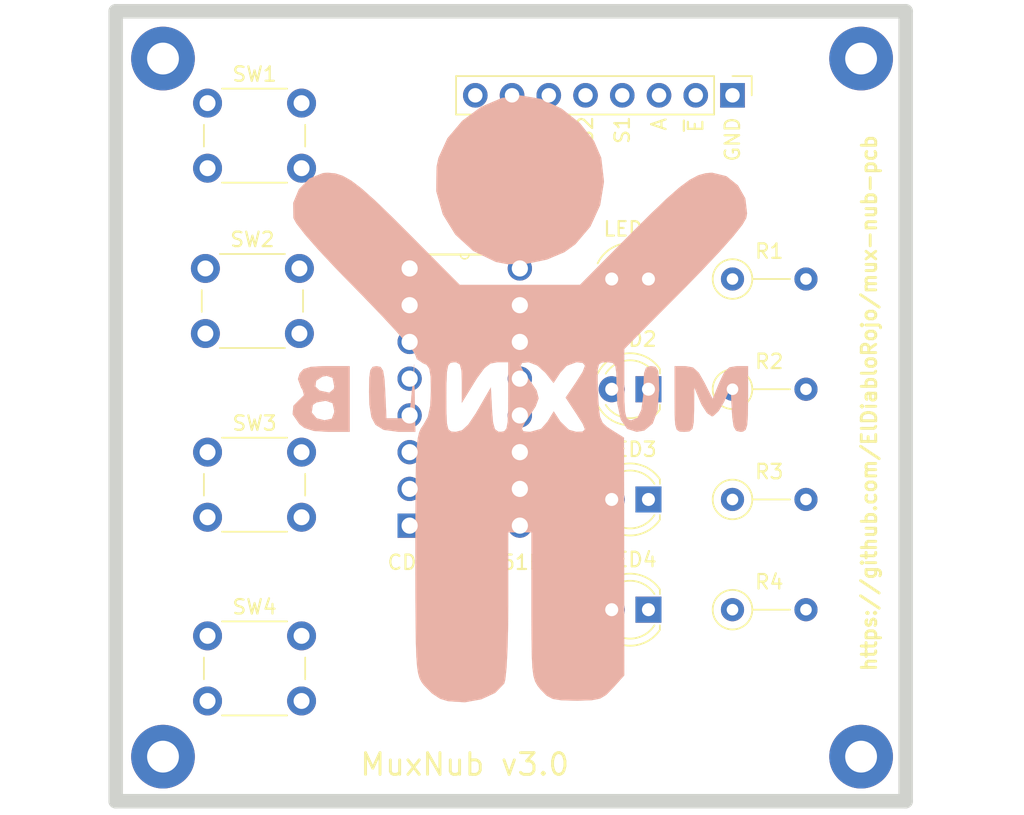
<source format=kicad_pcb>
(kicad_pcb (version 20200628) (host pcbnew "(5.99.0-2196-g3d0e5736b)")

  (general
    (thickness 1.6)
    (drawings 6)
    (tracks 0)
    (modules 19)
    (nets 21)
  )

  (paper "A4")
  (layers
    (0 "F.Cu" signal)
    (31 "B.Cu" signal)
    (32 "B.Adhes" user)
    (33 "F.Adhes" user)
    (34 "B.Paste" user)
    (35 "F.Paste" user)
    (36 "B.SilkS" user)
    (37 "F.SilkS" user)
    (38 "B.Mask" user)
    (39 "F.Mask" user)
    (40 "Dwgs.User" user)
    (41 "Cmts.User" user)
    (42 "Eco1.User" user)
    (43 "Eco2.User" user)
    (44 "Edge.Cuts" user)
    (45 "Margin" user)
    (46 "B.CrtYd" user)
    (47 "F.CrtYd" user)
    (48 "B.Fab" user)
    (49 "F.Fab" user)
  )

  (setup
    (grid_origin 2 2)
    (pcbplotparams
      (layerselection 0x010fc_ffffffff)
      (usegerberextensions false)
      (usegerberattributes true)
      (usegerberadvancedattributes true)
      (creategerberjobfile true)
      (svguseinch false)
      (svgprecision 6)
      (excludeedgelayer true)
      (linewidth 0.100000)
      (plotframeref false)
      (viasonmask false)
      (mode 1)
      (useauxorigin false)
      (hpglpennumber 1)
      (hpglpenspeed 20)
      (hpglpendiameter 15.000000)
      (psnegative false)
      (psa4output false)
      (plotreference true)
      (plotvalue true)
      (plotinvisibletext false)
      (sketchpadsonfab false)
      (subtractmaskfromsilk false)
      (outputformat 1)
      (mirror false)
      (drillshape 0)
      (scaleselection 1)
      (outputdirectory "/Users/samholden/Documents/mux-control/gerbers/")
    )
  )

  (net 0 "")
  (net 1 "Net-(D1-Pad2)")
  (net 2 "Net-(D1-Pad1)")
  (net 3 "Net-(D2-Pad1)")
  (net 4 "Net-(D2-Pad2)")
  (net 5 "Net-(D3-Pad2)")
  (net 6 "Net-(D3-Pad1)")
  (net 7 "Net-(D4-Pad1)")
  (net 8 "Net-(D4-Pad2)")
  (net 9 "Net-(J1-Pad1)")
  (net 10 "Net-(J1-Pad2)")
  (net 11 "Net-(J1-Pad3)")
  (net 12 "Net-(J1-Pad4)")
  (net 13 "Net-(J1-Pad5)")
  (net 14 "Net-(J1-Pad6)")
  (net 15 "Net-(J1-Pad7)")
  (net 16 "Net-(J1-Pad8)")
  (net 17 "Net-(SW1-Pad1)")
  (net 18 "Net-(SW2-Pad1)")
  (net 19 "Net-(SW3-Pad1)")
  (net 20 "Net-(SW4-Pad1)")

  (module "MountingHole:MountingHole_2.2mm_M2_Pad" (layer "F.Cu") (tedit 56D1B4CB) (tstamp c9c1227e-3473-4e87-a566-489f203fcc04)
    (at 170.91 111.22)
    (descr "Mounting Hole 2.2mm, M2")
    (tags "mounting hole 2.2mm m2")
    (attr virtual)
    (fp_text reference "REF**" (at 0 -3.2) (layer "F.Fab")
      (effects (font (size 1 1) (thickness 0.15)))
    )
    (fp_text value "MountingHole_2.2mm_M2_Pad" (at 0 3.2) (layer "F.Fab")
      (effects (font (size 1 1) (thickness 0.15)))
    )
    (fp_text user "${REFERENCE}" (at 0.3 0) (layer "F.Fab")
      (effects (font (size 1 1) (thickness 0.15)))
    )
    (fp_circle (center 0 0) (end 2.2 0) (layer "Cmts.User") (width 0.15))
    (fp_circle (center 0 0) (end 2.45 0) (layer "F.CrtYd") (width 0.05))
    (pad "1" thru_hole circle (at 0 0) (size 4.4 4.4) (drill 2.2) (layers *.Cu *.Mask) (tstamp 466396cd-e75b-4587-91d3-a7e425d94f14))
  )

  (module "MountingHole:MountingHole_2.2mm_M2_Pad" (layer "F.Cu") (tedit 56D1B4CB) (tstamp c9c1227e-3473-4e87-a566-489f203fcc04)
    (at 122.65 111.22)
    (descr "Mounting Hole 2.2mm, M2")
    (tags "mounting hole 2.2mm m2")
    (attr virtual)
    (fp_text reference "REF**" (at 0 -3.2) (layer "F.Fab")
      (effects (font (size 1 1) (thickness 0.15)))
    )
    (fp_text value "MountingHole_2.2mm_M2_Pad" (at 0 3.2) (layer "F.Fab")
      (effects (font (size 1 1) (thickness 0.15)))
    )
    (fp_text user "${REFERENCE}" (at 0.3 0) (layer "F.Fab")
      (effects (font (size 1 1) (thickness 0.15)))
    )
    (fp_circle (center 0 0) (end 2.2 0) (layer "Cmts.User") (width 0.15))
    (fp_circle (center 0 0) (end 2.45 0) (layer "F.CrtYd") (width 0.05))
    (pad "1" thru_hole circle (at 0 0) (size 4.4 4.4) (drill 2.2) (layers *.Cu *.Mask) (tstamp 466396cd-e75b-4587-91d3-a7e425d94f14))
  )

  (module "MountingHole:MountingHole_2.2mm_M2_Pad" (layer "F.Cu") (tedit 56D1B4CB) (tstamp c9c1227e-3473-4e87-a566-489f203fcc04)
    (at 170.91 62.96)
    (descr "Mounting Hole 2.2mm, M2")
    (tags "mounting hole 2.2mm m2")
    (attr virtual)
    (fp_text reference "REF**" (at 0 -3.2) (layer "F.Fab")
      (effects (font (size 1 1) (thickness 0.15)))
    )
    (fp_text value "MountingHole_2.2mm_M2_Pad" (at 0 3.2) (layer "F.Fab")
      (effects (font (size 1 1) (thickness 0.15)))
    )
    (fp_text user "${REFERENCE}" (at 0.3 0) (layer "F.Fab")
      (effects (font (size 1 1) (thickness 0.15)))
    )
    (fp_circle (center 0 0) (end 2.2 0) (layer "Cmts.User") (width 0.15))
    (fp_circle (center 0 0) (end 2.45 0) (layer "F.CrtYd") (width 0.05))
    (pad "1" thru_hole circle (at 0 0) (size 4.4 4.4) (drill 2.2) (layers *.Cu *.Mask) (tstamp 466396cd-e75b-4587-91d3-a7e425d94f14))
  )

  (module "MountingHole:MountingHole_2.2mm_M2_Pad" (layer "F.Cu") (tedit 56D1B4CB) (tstamp c9c1227e-3473-4e87-a566-489f203fcc04)
    (at 122.65 62.96)
    (descr "Mounting Hole 2.2mm, M2")
    (tags "mounting hole 2.2mm m2")
    (attr virtual)
    (fp_text reference "REF**" (at 0 -3.2) (layer "F.Fab")
      (effects (font (size 1 1) (thickness 0.15)))
    )
    (fp_text value "MountingHole_2.2mm_M2_Pad" (at 0 3.2) (layer "F.Fab")
      (effects (font (size 1 1) (thickness 0.15)))
    )
    (fp_circle (center 0 0) (end 2.45 0) (layer "F.CrtYd") (width 0.05))
    (fp_circle (center 0 0) (end 2.2 0) (layer "Cmts.User") (width 0.15))
    (fp_text user "${REFERENCE}" (at 0.3 0) (layer "F.Fab")
      (effects (font (size 1 1) (thickness 0.15)))
    )
    (pad "1" thru_hole circle (at 0 0) (size 4.4 4.4) (drill 2.2) (layers *.Cu *.Mask) (tstamp 466396cd-e75b-4587-91d3-a7e425d94f14))
  )

  (module "Resistor_THT:R_Axial_DIN0207_L6.3mm_D2.5mm_P5.08mm_Vertical" (layer "F.Cu") (tedit 5AE5139B) (tstamp 00000000-0000-0000-0000-00005ef9483c)
    (at 162.02 78.2)
    (descr "Resistor, Axial_DIN0207 series, Axial, Vertical, pin pitch=5.08mm, 0.25W = 1/4W, length*diameter=6.3*2.5mm^2, http://cdn-reichelt.de/documents/datenblatt/B400/1_4W%23YAG.pdf")
    (tags "Resistor Axial_DIN0207 series Axial Vertical pin pitch 5.08mm 0.25W = 1/4W length 6.3mm diameter 2.5mm")
    (path "/00000000-0000-0000-0000-00005efdccb1")
    (fp_text reference "R1" (at 2.54 -1.92) (layer "F.SilkS")
      (effects (font (size 1 1) (thickness 0.15)))
    )
    (fp_text value "220" (at 2.54 1.92) (layer "F.Fab")
      (effects (font (size 1 1) (thickness 0.15)))
    )
    (fp_text user "${REFERENCE}" (at 2.54 0) (layer "F.Fab")
      (effects (font (size 0.72 0.72) (thickness 0.108)))
    )
    (fp_line (start 6.13 -1.5) (end -1.5 -1.5) (layer "F.CrtYd") (width 0.05))
    (fp_line (start 6.13 1.5) (end 6.13 -1.5) (layer "F.CrtYd") (width 0.05))
    (fp_line (start -1.5 1.5) (end 6.13 1.5) (layer "F.CrtYd") (width 0.05))
    (fp_line (start -1.5 -1.5) (end -1.5 1.5) (layer "F.CrtYd") (width 0.05))
    (fp_line (start 1.37 0) (end 3.98 0) (layer "F.SilkS") (width 0.12))
    (fp_line (start 0 0) (end 5.08 0) (layer "F.Fab") (width 0.1))
    (fp_circle (center 0 0) (end 1.37 0) (layer "F.SilkS") (width 0.12))
    (fp_circle (center 0 0) (end 1.25 0) (layer "F.Fab") (width 0.1))
    (pad "2" thru_hole oval (at 5.08 0) (size 1.6 1.6) (drill 0.8) (layers *.Cu *.Mask)
      (net 9 "Net-(J1-Pad1)") (tstamp bb176eeb-c354-4561-b732-3458144f7a3d))
    (pad "1" thru_hole circle (at 0 0) (size 1.6 1.6) (drill 0.8) (layers *.Cu *.Mask)
      (net 2 "Net-(D1-Pad1)") (tstamp db28ef12-2089-4f73-ba2a-05a636f91544))
    (model "${KISYS3DMOD}/Resistor_THT.3dshapes/R_Axial_DIN0204_L3.6mm_D1.6mm_P5.08mm_Horizontal.wrl"
      (at (xyz 0 0 0))
      (scale (xyz 1 1 1))
      (rotate (xyz 0 0 0))
    )
  )

  (module "Resistor_THT:R_Axial_DIN0207_L6.3mm_D2.5mm_P5.08mm_Vertical" (layer "F.Cu") (tedit 5AE5139B) (tstamp 00000000-0000-0000-0000-00005ef9484f)
    (at 162.02 85.82)
    (descr "Resistor, Axial_DIN0207 series, Axial, Vertical, pin pitch=5.08mm, 0.25W = 1/4W, length*diameter=6.3*2.5mm^2, http://cdn-reichelt.de/documents/datenblatt/B400/1_4W%23YAG.pdf")
    (tags "Resistor Axial_DIN0207 series Axial Vertical pin pitch 5.08mm 0.25W = 1/4W length 6.3mm diameter 2.5mm")
    (path "/00000000-0000-0000-0000-00005eff3636")
    (fp_text reference "R2" (at 2.54 -1.92) (layer "F.SilkS")
      (effects (font (size 1 1) (thickness 0.15)))
    )
    (fp_text value "220" (at 2.54 1.92) (layer "F.Fab")
      (effects (font (size 1 1) (thickness 0.15)))
    )
    (fp_text user "${REFERENCE}" (at 2.54 0) (layer "F.Fab")
      (effects (font (size 0.72 0.72) (thickness 0.108)))
    )
    (fp_line (start 6.13 -1.5) (end -1.5 -1.5) (layer "F.CrtYd") (width 0.05))
    (fp_line (start 6.13 1.5) (end 6.13 -1.5) (layer "F.CrtYd") (width 0.05))
    (fp_line (start -1.5 1.5) (end 6.13 1.5) (layer "F.CrtYd") (width 0.05))
    (fp_line (start -1.5 -1.5) (end -1.5 1.5) (layer "F.CrtYd") (width 0.05))
    (fp_line (start 1.37 0) (end 3.98 0) (layer "F.SilkS") (width 0.12))
    (fp_line (start 0 0) (end 5.08 0) (layer "F.Fab") (width 0.1))
    (fp_circle (center 0 0) (end 1.37 0) (layer "F.SilkS") (width 0.12))
    (fp_circle (center 0 0) (end 1.25 0) (layer "F.Fab") (width 0.1))
    (pad "2" thru_hole oval (at 5.08 0) (size 1.6 1.6) (drill 0.8) (layers *.Cu *.Mask)
      (net 9 "Net-(J1-Pad1)") (tstamp bb176eeb-c354-4561-b732-3458144f7a3d))
    (pad "1" thru_hole circle (at 0 0) (size 1.6 1.6) (drill 0.8) (layers *.Cu *.Mask)
      (net 3 "Net-(D2-Pad1)") (tstamp db28ef12-2089-4f73-ba2a-05a636f91544))
    (model "${KISYS3DMOD}/Resistor_THT.3dshapes/R_Axial_DIN0204_L3.6mm_D1.6mm_P5.08mm_Horizontal.wrl"
      (at (xyz 0 0 0))
      (scale (xyz 1 1 1))
      (rotate (xyz 0 0 0))
    )
  )

  (module "Resistor_THT:R_Axial_DIN0207_L6.3mm_D2.5mm_P5.08mm_Vertical" (layer "F.Cu") (tedit 5AE5139B) (tstamp 00000000-0000-0000-0000-00005ef94862)
    (at 162.02 93.44)
    (descr "Resistor, Axial_DIN0207 series, Axial, Vertical, pin pitch=5.08mm, 0.25W = 1/4W, length*diameter=6.3*2.5mm^2, http://cdn-reichelt.de/documents/datenblatt/B400/1_4W%23YAG.pdf")
    (tags "Resistor Axial_DIN0207 series Axial Vertical pin pitch 5.08mm 0.25W = 1/4W length 6.3mm diameter 2.5mm")
    (path "/00000000-0000-0000-0000-00005eff44c1")
    (fp_text reference "R3" (at 2.54 -1.92) (layer "F.SilkS")
      (effects (font (size 1 1) (thickness 0.15)))
    )
    (fp_text value "220" (at 2.54 1.92) (layer "F.Fab")
      (effects (font (size 1 1) (thickness 0.15)))
    )
    (fp_text user "${REFERENCE}" (at 2.54 0) (layer "F.Fab")
      (effects (font (size 0.72 0.72) (thickness 0.108)))
    )
    (fp_line (start 6.13 -1.5) (end -1.5 -1.5) (layer "F.CrtYd") (width 0.05))
    (fp_line (start 6.13 1.5) (end 6.13 -1.5) (layer "F.CrtYd") (width 0.05))
    (fp_line (start -1.5 1.5) (end 6.13 1.5) (layer "F.CrtYd") (width 0.05))
    (fp_line (start -1.5 -1.5) (end -1.5 1.5) (layer "F.CrtYd") (width 0.05))
    (fp_line (start 1.37 0) (end 3.98 0) (layer "F.SilkS") (width 0.12))
    (fp_line (start 0 0) (end 5.08 0) (layer "F.Fab") (width 0.1))
    (fp_circle (center 0 0) (end 1.37 0) (layer "F.SilkS") (width 0.12))
    (fp_circle (center 0 0) (end 1.25 0) (layer "F.Fab") (width 0.1))
    (pad "2" thru_hole oval (at 5.08 0) (size 1.6 1.6) (drill 0.8) (layers *.Cu *.Mask)
      (net 9 "Net-(J1-Pad1)") (tstamp bb176eeb-c354-4561-b732-3458144f7a3d))
    (pad "1" thru_hole circle (at 0 0) (size 1.6 1.6) (drill 0.8) (layers *.Cu *.Mask)
      (net 6 "Net-(D3-Pad1)") (tstamp db28ef12-2089-4f73-ba2a-05a636f91544))
    (model "${KISYS3DMOD}/Resistor_THT.3dshapes/R_Axial_DIN0204_L3.6mm_D1.6mm_P5.08mm_Horizontal.wrl"
      (at (xyz 0 0 0))
      (scale (xyz 1 1 1))
      (rotate (xyz 0 0 0))
    )
  )

  (module "Resistor_THT:R_Axial_DIN0207_L6.3mm_D2.5mm_P5.08mm_Vertical" (layer "F.Cu") (tedit 5AE5139B) (tstamp 00000000-0000-0000-0000-00005ef94875)
    (at 162.02 101.06)
    (descr "Resistor, Axial_DIN0207 series, Axial, Vertical, pin pitch=5.08mm, 0.25W = 1/4W, length*diameter=6.3*2.5mm^2, http://cdn-reichelt.de/documents/datenblatt/B400/1_4W%23YAG.pdf")
    (tags "Resistor Axial_DIN0207 series Axial Vertical pin pitch 5.08mm 0.25W = 1/4W length 6.3mm diameter 2.5mm")
    (path "/00000000-0000-0000-0000-00005eff4dff")
    (fp_text reference "R4" (at 2.54 -1.92) (layer "F.SilkS")
      (effects (font (size 1 1) (thickness 0.15)))
    )
    (fp_text value "220" (at 2.54 1.92) (layer "F.Fab")
      (effects (font (size 1 1) (thickness 0.15)))
    )
    (fp_text user "${REFERENCE}" (at 2.54 0) (layer "F.Fab")
      (effects (font (size 0.72 0.72) (thickness 0.108)))
    )
    (fp_line (start 6.13 -1.5) (end -1.5 -1.5) (layer "F.CrtYd") (width 0.05))
    (fp_line (start 6.13 1.5) (end 6.13 -1.5) (layer "F.CrtYd") (width 0.05))
    (fp_line (start -1.5 1.5) (end 6.13 1.5) (layer "F.CrtYd") (width 0.05))
    (fp_line (start -1.5 -1.5) (end -1.5 1.5) (layer "F.CrtYd") (width 0.05))
    (fp_line (start 1.37 0) (end 3.98 0) (layer "F.SilkS") (width 0.12))
    (fp_line (start 0 0) (end 5.08 0) (layer "F.Fab") (width 0.1))
    (fp_circle (center 0 0) (end 1.37 0) (layer "F.SilkS") (width 0.12))
    (fp_circle (center 0 0) (end 1.25 0) (layer "F.Fab") (width 0.1))
    (pad "2" thru_hole oval (at 5.08 0) (size 1.6 1.6) (drill 0.8) (layers *.Cu *.Mask)
      (net 9 "Net-(J1-Pad1)") (tstamp bb176eeb-c354-4561-b732-3458144f7a3d))
    (pad "1" thru_hole circle (at 0 0) (size 1.6 1.6) (drill 0.8) (layers *.Cu *.Mask)
      (net 7 "Net-(D4-Pad1)") (tstamp db28ef12-2089-4f73-ba2a-05a636f91544))
    (model "${KISYS3DMOD}/Resistor_THT.3dshapes/R_Axial_DIN0204_L3.6mm_D1.6mm_P5.08mm_Horizontal.wrl"
      (at (xyz 0 0 0))
      (scale (xyz 1 1 1))
      (rotate (xyz 0 0 0))
    )
  )

  (module "Connector_PinHeader_2.54mm:PinHeader_1x08_P2.54mm_Vertical" (layer "F.Cu") (tedit 59FED5CC) (tstamp 00000000-0000-0000-0000-00005ef94829)
    (at 162.02 65.5 -90)
    (descr "Through hole straight pin header, 1x08, 2.54mm pitch, single row")
    (tags "Through hole pin header THT 1x08 2.54mm single row")
    (path "/00000000-0000-0000-0000-00005ef85769")
    (fp_text reference "J1" (at 1.375 -1.5 90) (layer "F.Fab")
      (effects (font (size 1 1) (thickness 0.15)))
    )
    (fp_text value "Conn_01x08" (at 1.375 8.5 90) (layer "F.Fab")
      (effects (font (size 1 1) (thickness 0.15)))
    )
    (fp_text user "GND" (at 3.048 0 90) (layer "F.SilkS")
      (effects (font (size 1 1) (thickness 0.15)))
    )
    (fp_text user "~E" (at 2.1 2.54 90) (layer "F.SilkS")
      (effects (font (size 1 1) (thickness 0.15)))
    )
    (fp_text user "A" (at 2 5.08 90) (layer "F.SilkS")
      (effects (font (size 1 1) (thickness 0.15)))
    )
    (fp_text user "S1" (at 2.4 7.62 90) (layer "F.SilkS")
      (effects (font (size 1 1) (thickness 0.15)))
    )
    (fp_text user "S2" (at 2.4 10.16 90) (layer "F.SilkS")
      (effects (font (size 1 1) (thickness 0.15)))
    )
    (fp_text user "S0" (at 2.4 12.7 90) (layer "F.SilkS")
      (effects (font (size 1 1) (thickness 0.15)))
    )
    (fp_text user "VEE" (at 2.8 15.24 90) (layer "F.SilkS")
      (effects (font (size 1 1) (thickness 0.15)))
    )
    (fp_text user "VCC" (at 2.9 17.78 90) (layer "F.SilkS")
      (effects (font (size 1 1) (thickness 0.15)))
    )
    (fp_text user "${REFERENCE}" (at 0 7) (layer "F.Fab")
      (effects (font (size 1 1) (thickness 0.15)))
    )
    (fp_line (start 1.8 -1.8) (end -1.8 -1.8) (layer "F.CrtYd") (width 0.05))
    (fp_line (start 1.8 19.55) (end 1.8 -1.8) (layer "F.CrtYd") (width 0.05))
    (fp_line (start -1.8 19.55) (end 1.8 19.55) (layer "F.CrtYd") (width 0.05))
    (fp_line (start -1.8 -1.8) (end -1.8 19.55) (layer "F.CrtYd") (width 0.05))
    (fp_line (start -1.33 -1.33) (end 0 -1.33) (layer "F.SilkS") (width 0.12))
    (fp_line (start -1.33 0) (end -1.33 -1.33) (layer "F.SilkS") (width 0.12))
    (fp_line (start -1.33 1.27) (end 1.33 1.27) (layer "F.SilkS") (width 0.12))
    (fp_line (start 1.33 1.27) (end 1.33 19.11) (layer "F.SilkS") (width 0.12))
    (fp_line (start -1.33 1.27) (end -1.33 19.11) (layer "F.SilkS") (width 0.12))
    (fp_line (start -1.33 19.11) (end 1.33 19.11) (layer "F.SilkS") (width 0.12))
    (fp_line (start -1.27 -0.635) (end -0.635 -1.27) (layer "F.Fab") (width 0.1))
    (fp_line (start -1.27 19.05) (end -1.27 -0.635) (layer "F.Fab") (width 0.1))
    (fp_line (start 1.27 19.05) (end -1.27 19.05) (layer "F.Fab") (width 0.1))
    (fp_line (start 1.27 -1.27) (end 1.27 19.05) (layer "F.Fab") (width 0.1))
    (fp_line (start -0.635 -1.27) (end 1.27 -1.27) (layer "F.Fab") (width 0.1))
    (pad "8" thru_hole oval (at 0 17.78 270) (size 1.7 1.7) (drill 1) (layers *.Cu *.Mask)
      (net 16 "Net-(J1-Pad8)") (tstamp b422777c-2dec-4bd2-8346-e257a5043706))
    (pad "7" thru_hole oval (at 0 15.24 270) (size 1.7 1.7) (drill 1) (layers *.Cu *.Mask)
      (net 15 "Net-(J1-Pad7)") (tstamp b25db6e6-ddbe-470b-948c-1c95cca14a74))
    (pad "6" thru_hole oval (at 0 12.7 270) (size 1.7 1.7) (drill 1) (layers *.Cu *.Mask)
      (net 14 "Net-(J1-Pad6)") (tstamp c968e0ca-fa88-4fe5-bf4f-65c5d25dadec))
    (pad "5" thru_hole oval (at 0 10.16 270) (size 1.7 1.7) (drill 1) (layers *.Cu *.Mask)
      (net 13 "Net-(J1-Pad5)") (tstamp c1eb351a-0d10-4974-9b67-f405a9dfcd7c))
    (pad "4" thru_hole oval (at 0 7.62 270) (size 1.7 1.7) (drill 1) (layers *.Cu *.Mask)
      (net 12 "Net-(J1-Pad4)") (tstamp 4327b78d-6787-4fa3-bdd0-94dbb4024818))
    (pad "3" thru_hole oval (at 0 5.08 270) (size 1.7 1.7) (drill 1) (layers *.Cu *.Mask)
      (net 11 "Net-(J1-Pad3)") (tstamp 3af72de2-208c-4b4d-a27c-37a2febc1f4d))
    (pad "2" thru_hole oval (at 0 2.54 270) (size 1.7 1.7) (drill 1) (layers *.Cu *.Mask) (tstamp 7f4ed900-6004-46a8-9d58-cd9c48128cbc))
    (pad "1" thru_hole rect (at 0 0 270) (size 1.7 1.7) (drill 1) (layers *.Cu *.Mask) (tstamp 5d830031-4666-4d51-8bdb-7c8f0e943d5b))
    (model "${KISYS3DMOD}/Connector_PinHeader_2.00mm.3dshapes/PinHeader_1x08_P2.00mm_Vertical.wrl"
      (at (xyz 0 0 0))
      (scale (xyz 1 1 1))
      (rotate (xyz 0 0 0))
    )
  )

  (module "Button_Switch_THT:SW_PUSH_6mm_H4.3mm" (layer "F.Cu") (tedit 5A02FE31) (tstamp 00000000-0000-0000-0000-00005ef94894)
    (at 125.73 66.04)
    (descr "tactile push button, 6x6mm e.g. PHAP33xx series, height=4.3mm")
    (tags "tact sw push 6mm")
    (path "/00000000-0000-0000-0000-00005ef8c98a")
    (fp_text reference "SW1" (at 3.25 -2) (layer "F.SilkS")
      (effects (font (size 1 1) (thickness 0.15)))
    )
    (fp_text value "SW_Push_Dual" (at 3.75 6.7) (layer "F.Fab")
      (effects (font (size 1 1) (thickness 0.15)))
    )
    (fp_circle (center 3.25 2.25) (end 1.25 2.5) (layer "F.Fab") (width 0.1))
    (fp_line (start 6.75 3) (end 6.75 1.5) (layer "F.SilkS") (width 0.12))
    (fp_line (start 5.5 -1) (end 1 -1) (layer "F.SilkS") (width 0.12))
    (fp_line (start -0.25 1.5) (end -0.25 3) (layer "F.SilkS") (width 0.12))
    (fp_line (start 1 5.5) (end 5.5 5.5) (layer "F.SilkS") (width 0.12))
    (fp_line (start 8 -1.25) (end 8 5.75) (layer "F.CrtYd") (width 0.05))
    (fp_line (start 7.75 6) (end -1.25 6) (layer "F.CrtYd") (width 0.05))
    (fp_line (start -1.5 5.75) (end -1.5 -1.25) (layer "F.CrtYd") (width 0.05))
    (fp_line (start -1.25 -1.5) (end 7.75 -1.5) (layer "F.CrtYd") (width 0.05))
    (fp_line (start -1.5 6) (end -1.25 6) (layer "F.CrtYd") (width 0.05))
    (fp_line (start -1.5 5.75) (end -1.5 6) (layer "F.CrtYd") (width 0.05))
    (fp_line (start -1.5 -1.5) (end -1.25 -1.5) (layer "F.CrtYd") (width 0.05))
    (fp_line (start -1.5 -1.25) (end -1.5 -1.5) (layer "F.CrtYd") (width 0.05))
    (fp_line (start 8 -1.5) (end 8 -1.25) (layer "F.CrtYd") (width 0.05))
    (fp_line (start 7.75 -1.5) (end 8 -1.5) (layer "F.CrtYd") (width 0.05))
    (fp_line (start 8 6) (end 8 5.75) (layer "F.CrtYd") (width 0.05))
    (fp_line (start 7.75 6) (end 8 6) (layer "F.CrtYd") (width 0.05))
    (fp_line (start 0.25 -0.75) (end 3.25 -0.75) (layer "F.Fab") (width 0.1))
    (fp_line (start 0.25 5.25) (end 0.25 -0.75) (layer "F.Fab") (width 0.1))
    (fp_line (start 6.25 5.25) (end 0.25 5.25) (layer "F.Fab") (width 0.1))
    (fp_line (start 6.25 -0.75) (end 6.25 5.25) (layer "F.Fab") (width 0.1))
    (fp_line (start 3.25 -0.75) (end 6.25 -0.75) (layer "F.Fab") (width 0.1))
    (fp_text user "${REFERENCE}" (at 3.25 2.25) (layer "F.Fab")
      (effects (font (size 1 1) (thickness 0.15)))
    )
    (pad "1" thru_hole circle (at 6.5 0 90) (size 2 2) (drill 1.1) (layers *.Cu *.Mask)
      (net 17 "Net-(SW1-Pad1)") (tstamp 753dff5c-e93c-4210-9f84-ded57ca61b4f))
    (pad "2" thru_hole circle (at 6.5 4.5 90) (size 2 2) (drill 1.1) (layers *.Cu *.Mask)
      (net 9 "Net-(J1-Pad1)") (tstamp 0f8920a3-17a4-41a8-ba21-4eb5dff06adf))
    (pad "1" thru_hole circle (at 0 0 90) (size 2 2) (drill 1.1) (layers *.Cu *.Mask)
      (net 17 "Net-(SW1-Pad1)") (tstamp 5774bc40-e14c-4aa4-bee1-654aa4685ce9))
    (pad "2" thru_hole circle (at 0 4.5 90) (size 2 2) (drill 1.1) (layers *.Cu *.Mask)
      (net 9 "Net-(J1-Pad1)") (tstamp 275bbdf7-8488-41a5-b536-2aa69062c6e1))
    (model "${KISYS3DMOD}/Button_Switch_THT.3dshapes/SW_PUSH_6mm_H4.3mm.wrl"
      (at (xyz 0 0 0))
      (scale (xyz 1 1 1))
      (rotate (xyz 0 0 0))
    )
  )

  (module "muxnub:muxboy-small-reverse" (layer "F.Cu") (tedit 5EFE43EE) (tstamp 00000000-0000-0000-0000-00005efed60c)
    (at 148.59 86.36)
    (fp_text reference "G***" (at -1.27 0) (layer "F.SilkS") hide
      (effects (font (size 1.524 1.524) (thickness 0.3)))
    )
    (fp_text value "LOGO" (at -0.52 0) (layer "F.SilkS") hide
      (effects (font (size 1.524 1.524) (thickness 0.3)))
    )
    (fp_poly (pts (xy 0.194442 -20.607872) (xy 1.622869 -19.933119) (xy 2.88661 -18.929237) (xy 3.856994 -17.694986)
      (xy 4.355466 -16.536999) (xy 4.546954 -14.891314) (xy 4.281745 -13.267375) (xy 3.606401 -11.784485)
      (xy 2.567483 -10.561946) (xy 1.810239 -10.015405) (xy 0.599048 -9.504861) (xy -0.793795 -9.218956)
      (xy -2.140493 -9.19004) (xy -2.937297 -9.341175) (xy -4.494722 -10.102317) (xy -5.731414 -11.229337)
      (xy -6.59843 -12.63326) (xy -7.046829 -14.225112) (xy -7.02767 -15.915919) (xy -6.895465 -16.536999)
      (xy -6.27611 -17.889521) (xy -5.253887 -19.095725) (xy -3.957468 -20.056854) (xy -2.515524 -20.674146)
      (xy -1.27 -20.854736) (xy 0.194442 -20.607872)) (layer "B.SilkS") (width 0.01))
    (fp_poly (pts (xy 10.6964 -2.046254) (xy 11.099039 -1.684576) (xy 11.490647 -1.002631) (xy 12.057696 0.133685)
      (xy 12.519669 -1.002631) (xy 12.864791 -1.721018) (xy 13.219517 -2.055276) (xy 13.727599 -2.138913)
      (xy 13.743189 -2.138947) (xy 14.504737 -2.138947) (xy 14.504737 0.133685) (xy 14.494297 1.239873)
      (xy 14.447041 1.915679) (xy 14.339063 2.265301) (xy 14.146457 2.392938) (xy 13.983343 2.406316)
      (xy 13.681403 2.332819) (xy 13.507542 2.031046) (xy 13.414051 1.379079) (xy 13.381764 0.868948)
      (xy 13.301579 -0.668421) (xy 12.847327 0.334211) (xy 12.4767 0.96277) (xy 12.104212 1.311697)
      (xy 12.006976 1.336842) (xy 11.670234 1.111402) (xy 11.303153 0.549158) (xy 11.205005 0.334211)
      (xy 10.789133 -0.668421) (xy 10.775356 0.868948) (xy 10.751615 1.735009) (xy 10.662424 2.194509)
      (xy 10.450937 2.375555) (xy 10.093158 2.406316) (xy 9.769478 2.38545) (xy 9.571933 2.252271)
      (xy 9.469387 1.90091) (xy 9.430701 1.225498) (xy 9.424737 0.133685) (xy 9.424737 -2.138947)
      (xy 10.174167 -2.138947) (xy 10.6964 -2.046254)) (layer "B.SilkS") (width 0.01))
    (fp_poly (pts (xy -8.536161 0.066842) (xy -8.488947 2.406316) (xy -9.650666 2.406316) (xy -10.691526 2.267795)
      (xy -11.254877 1.917369) (xy -11.530728 1.396235) (xy -11.669915 0.536695) (xy -11.697368 -0.355263)
      (xy -11.680945 -1.311937) (xy -11.608968 -1.850583) (xy -11.447374 -2.087478) (xy -11.174847 -2.138947)
      (xy -10.892281 -2.076924) (xy -10.722557 -1.814417) (xy -10.627456 -1.236771) (xy -10.573268 -0.33421)
      (xy -10.49421 1.470527) (xy -9.692105 1.470527) (xy -9.272141 1.45055) (xy -9.021224 1.313206)
      (xy -8.880077 0.942377) (xy -8.789423 0.221945) (xy -8.736687 -0.401052) (xy -8.583374 -2.272631)
      (xy -8.536161 0.066842)) (layer "B.SilkS") (width 0.01))
    (fp_poly (pts (xy -13.03421 2.406316) (xy -14.504736 2.406316) (xy -15.517278 2.344699) (xy -16.176183 2.129617)
      (xy -16.51 1.871579) (xy -16.978832 1.19214) (xy -16.967176 1.066459) (xy -15.659869 1.066459)
      (xy -15.32113 1.468855) (xy -14.780496 1.604211) (xy -14.267438 1.496915) (xy -14.107172 1.072008)
      (xy -14.103684 0.93579) (xy -14.215237 0.425843) (xy -14.648823 0.269679) (xy -14.756326 0.267369)
      (xy -15.325935 0.370897) (xy -15.582123 0.547541) (xy -15.659869 1.066459) (xy -16.967176 1.066459)
      (xy -16.924247 0.603611) (xy -16.536425 0.209024) (xy -16.192353 -0.126844) (xy -16.289159 -0.496209)
      (xy -16.392381 -0.645177) (xy -16.421538 -0.724997) (xy -15.406195 -0.724997) (xy -15.106315 -0.444441)
      (xy -14.439604 -0.302073) (xy -14.128851 -0.557594) (xy -14.103684 -0.757544) (xy -14.217136 -1.32415)
      (xy -14.618403 -1.466355) (xy -14.921271 -1.410263) (xy -15.351002 -1.124724) (xy -15.406195 -0.724997)
      (xy -16.421538 -0.724997) (xy -16.6122 -1.246942) (xy -16.490233 -1.641145) (xy -16.223576 -1.932829)
      (xy -15.731083 -2.085995) (xy -14.874694 -2.137567) (xy -14.629014 -2.138947) (xy -13.03421 -2.138947)
      (xy -13.03421 2.406316)) (layer "B.SilkS") (width 0.01))
    (fp_poly (pts (xy 13.011221 -15.265801) (xy 13.807695 -14.629029) (xy 14.316045 -13.728943) (xy 14.437242 -12.697434)
      (xy 14.380564 -12.370979) (xy 14.119722 -11.914344) (xy 13.500834 -11.134031) (xy 12.558506 -10.069362)
      (xy 11.327345 -8.759656) (xy 10.072381 -7.475833) (xy 5.948948 -3.321141) (xy 5.948948 -0.858465)
      (xy 5.958596 0.303598) (xy 6.001148 1.030897) (xy 6.097017 1.423259) (xy 6.266614 1.58051)
      (xy 6.452501 1.604211) (xy 6.871675 1.429767) (xy 7.135942 0.870093) (xy 7.263586 -0.129324)
      (xy 7.282139 -0.868947) (xy 7.315858 -1.646319) (xy 7.448915 -2.02432) (xy 7.737974 -2.136612)
      (xy 7.820527 -2.138947) (xy 8.113922 -2.082935) (xy 8.275326 -1.834929) (xy 8.342958 -1.274969)
      (xy 8.355264 -0.460543) (xy 8.246414 0.920451) (xy 7.910405 1.837131) (xy 7.333046 2.315681)
      (xy 6.802734 2.40423) (xy 6.150501 2.197558) (xy 5.710502 1.563568) (xy 5.470484 0.47468)
      (xy 5.414211 -0.721724) (xy 5.401933 -1.637947) (xy 5.332089 -2.142217) (xy 5.155167 -2.357256)
      (xy 4.82165 -2.40579) (xy 4.734543 -2.406315) (xy 4.393872 -2.386424) (xy 4.196686 -2.252828)
      (xy 4.110723 -1.894641) (xy 4.103722 -1.200979) (xy 4.132964 -0.338685) (xy 4.183834 0.7115)
      (xy 4.272612 1.36862) (xy 4.45015 1.77419) (xy 4.767299 2.069726) (xy 5.069701 2.268157)
      (xy 5.92835 2.807369) (xy 5.938649 11.02473) (xy 5.948948 19.24209) (xy 5.168774 20.115256)
      (xy 4.708522 20.586148) (xy 4.273183 20.848068) (xy 3.684254 20.961827) (xy 2.763228 20.988233)
      (xy 2.605625 20.988421) (xy 1.618598 20.966792) (xy 0.995863 20.866928) (xy 0.567596 20.636364)
      (xy 0.177377 20.238249) (xy -0.04718 19.960022) (xy -0.212484 19.668883) (xy -0.327608 19.283083)
      (xy -0.401621 18.720874) (xy -0.443596 17.900508) (xy -0.462602 16.740237) (xy -0.46771 15.158311)
      (xy -0.467894 14.422986) (xy -0.467894 9.357895) (xy -2.072105 9.357895) (xy -2.072105 14.321788)
      (xy -2.086908 16.065563) (xy -2.128683 17.567056) (xy -2.193484 18.747699) (xy -2.277361 19.528924)
      (xy -2.347399 19.800073) (xy -2.967736 20.447484) (xy -3.931601 20.89416) (xy -5.072586 21.100313)
      (xy -6.224278 21.026158) (xy -6.780966 20.860066) (xy -7.340844 20.491185) (xy -7.906778 19.91844)
      (xy -7.917282 19.905167) (xy -8.077665 19.684237) (xy -8.204864 19.434333) (xy -8.302722 19.094941)
      (xy -8.375079 18.605545) (xy -8.425779 17.905628) (xy -8.458664 16.934676) (xy -8.477576 15.632172)
      (xy -8.486357 13.9376) (xy -8.488849 11.790445) (xy -8.488947 10.901378) (xy -8.487407 8.572908)
      (xy -8.480393 6.71898) (xy -8.46431 5.279406) (xy -8.435566 4.193994) (xy -8.390567 3.402553)
      (xy -8.325719 2.844895) (xy -8.237428 2.460828) (xy -8.122103 2.190161) (xy -7.976148 1.972706)
      (xy -7.95421 1.944536) (xy -7.628464 1.369244) (xy -7.462818 0.594143) (xy -7.438438 0)
      (xy -6.35 0) (xy -6.344226 1.139232) (xy -6.308414 1.846601) (xy -6.214828 2.224978)
      (xy -6.035732 2.377232) (xy -5.74339 2.406233) (xy -5.701201 2.406316) (xy -5.26705 2.296748)
      (xy -4.838761 1.905498) (xy -4.322516 1.138748) (xy -4.163833 0.868948) (xy -3.275263 -0.668421)
      (xy -3.195078 0.868948) (xy -3.124306 1.747936) (xy -2.997643 2.21417) (xy -2.767382 2.38957)
      (xy -2.593499 2.406316) (xy -2.345535 2.362957) (xy -2.191426 2.165243) (xy -2.109191 1.71172)
      (xy -2.076847 0.900936) (xy -2.072105 0) (xy -2.072105 -2.152916) (xy -1.223269 -2.152916)
      (xy -0.983623 -1.700642) (xy -0.601579 -1.179392) (xy -0.109923 -0.454918) (xy 0.027499 0.084622)
      (xy -0.173169 0.639993) (xy -0.424055 1.0282) (xy -0.92639 1.776216) (xy -1.126505 2.188792)
      (xy -1.03318 2.365482) (xy -0.655197 2.405843) (xy -0.545601 2.406316) (xy 0.192716 2.200667)
      (xy 0.640568 1.697291) (xy 1.070779 0.988266) (xy 1.53535 1.697291) (xy 2.130829 2.266743)
      (xy 2.637592 2.406316) (xy 3.076372 2.381004) (xy 3.226162 2.235842) (xy 3.082763 1.866988)
      (xy 2.641976 1.170604) (xy 2.584087 1.083044) (xy 1.89291 0.038606) (xy 2.584087 -0.978552)
      (xy 3.071458 -1.741898) (xy 3.232657 -2.174216) (xy 3.07106 -2.365596) (xy 2.637592 -2.406315)
      (xy 1.962399 -2.157624) (xy 1.529262 -1.687999) (xy 1.058603 -0.969682) (xy 0.485837 -1.687999)
      (xy -0.073058 -2.183209) (xy -0.648024 -2.405413) (xy -0.678464 -2.406315) (xy -1.119662 -2.358024)
      (xy -1.223269 -2.152916) (xy -2.072105 -2.152916) (xy -2.072105 -2.406315) (xy -2.81341 -2.406315)
      (xy -3.295376 -2.319527) (xy -3.725596 -1.989678) (xy -4.223231 -1.312539) (xy -4.417621 -1.003132)
      (xy -5.280526 0.400052) (xy -5.280526 -1.003132) (xy -5.306038 -1.829018) (xy -5.415362 -2.250346)
      (xy -5.65768 -2.396173) (xy -5.815263 -2.406315) (xy -6.069322 -2.366108) (xy -6.227191 -2.177634)
      (xy -6.311485 -1.739117) (xy -6.344821 -0.948782) (xy -6.35 0) (xy -7.438438 0)
      (xy -7.419473 -0.46214) (xy -7.440362 -1.414548) (xy -7.52752 -1.961292) (xy -7.71769 -2.230632)
      (xy -7.95421 -2.328846) (xy -8.389053 -2.621473) (xy -8.488947 -2.894912) (xy -8.670328 -3.202453)
      (xy -9.177918 -3.824257) (xy -9.956891 -4.699413) (xy -10.952419 -5.767013) (xy -12.109677 -6.966145)
      (xy -12.612381 -7.475833) (xy -14.062958 -8.963787) (xy -15.254275 -10.24031) (xy -16.151728 -11.266079)
      (xy -16.72071 -12.001776) (xy -16.920563 -12.370979) (xy -16.939769 -13.416462) (xy -16.541065 -14.371489)
      (xy -15.823479 -15.104166) (xy -14.88604 -15.482602) (xy -14.565652 -15.507368) (xy -14.041988 -15.461768)
      (xy -13.514049 -15.294233) (xy -12.920451 -14.958667) (xy -12.199807 -14.408969) (xy -11.290734 -13.59904)
      (xy -10.131847 -12.482782) (xy -8.893857 -11.247941) (xy -5.421926 -7.753684) (xy 2.881926 -7.753684)
      (xy 6.353858 -11.247941) (xy 7.775581 -12.663295) (xy 8.894902 -13.732827) (xy 9.773205 -14.502635)
      (xy 10.471876 -15.018819) (xy 11.052298 -15.327477) (xy 11.575856 -15.474708) (xy 12.025653 -15.507368)
      (xy 13.011221 -15.265801)) (layer "B.SilkS") (width 0.01))
  )

  (module "Button_Switch_THT:SW_PUSH_6mm_H4.3mm" (layer "F.Cu") (tedit 5A02FE31) (tstamp 00000000-0000-0000-0000-00005ef948f1)
    (at 125.73 102.87)
    (descr "tactile push button, 6x6mm e.g. PHAP33xx series, height=4.3mm")
    (tags "tact sw push 6mm")
    (path "/00000000-0000-0000-0000-00005efae0c6")
    (fp_text reference "SW4" (at 3.25 -2) (layer "F.SilkS")
      (effects (font (size 1 1) (thickness 0.15)))
    )
    (fp_text value "SW_Push_Dual" (at 3.75 6.7) (layer "F.Fab")
      (effects (font (size 1 1) (thickness 0.15)))
    )
    (fp_circle (center 3.25 2.25) (end 1.25 2.5) (layer "F.Fab") (width 0.1))
    (fp_line (start 6.75 3) (end 6.75 1.5) (layer "F.SilkS") (width 0.12))
    (fp_line (start 5.5 -1) (end 1 -1) (layer "F.SilkS") (width 0.12))
    (fp_line (start -0.25 1.5) (end -0.25 3) (layer "F.SilkS") (width 0.12))
    (fp_line (start 1 5.5) (end 5.5 5.5) (layer "F.SilkS") (width 0.12))
    (fp_line (start 8 -1.25) (end 8 5.75) (layer "F.CrtYd") (width 0.05))
    (fp_line (start 7.75 6) (end -1.25 6) (layer "F.CrtYd") (width 0.05))
    (fp_line (start -1.5 5.75) (end -1.5 -1.25) (layer "F.CrtYd") (width 0.05))
    (fp_line (start -1.25 -1.5) (end 7.75 -1.5) (layer "F.CrtYd") (width 0.05))
    (fp_line (start -1.5 6) (end -1.25 6) (layer "F.CrtYd") (width 0.05))
    (fp_line (start -1.5 5.75) (end -1.5 6) (layer "F.CrtYd") (width 0.05))
    (fp_line (start -1.5 -1.5) (end -1.25 -1.5) (layer "F.CrtYd") (width 0.05))
    (fp_line (start -1.5 -1.25) (end -1.5 -1.5) (layer "F.CrtYd") (width 0.05))
    (fp_line (start 8 -1.5) (end 8 -1.25) (layer "F.CrtYd") (width 0.05))
    (fp_line (start 7.75 -1.5) (end 8 -1.5) (layer "F.CrtYd") (width 0.05))
    (fp_line (start 8 6) (end 8 5.75) (layer "F.CrtYd") (width 0.05))
    (fp_line (start 7.75 6) (end 8 6) (layer "F.CrtYd") (width 0.05))
    (fp_line (start 0.25 -0.75) (end 3.25 -0.75) (layer "F.Fab") (width 0.1))
    (fp_line (start 0.25 5.25) (end 0.25 -0.75) (layer "F.Fab") (width 0.1))
    (fp_line (start 6.25 5.25) (end 0.25 5.25) (layer "F.Fab") (width 0.1))
    (fp_line (start 6.25 -0.75) (end 6.25 5.25) (layer "F.Fab") (width 0.1))
    (fp_line (start 3.25 -0.75) (end 6.25 -0.75) (layer "F.Fab") (width 0.1))
    (fp_text user "${REFERENCE}" (at 3.25 2.25) (layer "F.Fab")
      (effects (font (size 1 1) (thickness 0.15)))
    )
    (pad "1" thru_hole circle (at 6.5 0 90) (size 2 2) (drill 1.1) (layers *.Cu *.Mask)
      (net 20 "Net-(SW4-Pad1)") (tstamp 753dff5c-e93c-4210-9f84-ded57ca61b4f))
    (pad "2" thru_hole circle (at 6.5 4.5 90) (size 2 2) (drill 1.1) (layers *.Cu *.Mask)
      (net 9 "Net-(J1-Pad1)") (tstamp 0f8920a3-17a4-41a8-ba21-4eb5dff06adf))
    (pad "1" thru_hole circle (at 0 0 90) (size 2 2) (drill 1.1) (layers *.Cu *.Mask)
      (net 20 "Net-(SW4-Pad1)") (tstamp 5774bc40-e14c-4aa4-bee1-654aa4685ce9))
    (pad "2" thru_hole circle (at 0 4.5 90) (size 2 2) (drill 1.1) (layers *.Cu *.Mask)
      (net 9 "Net-(J1-Pad1)") (tstamp 275bbdf7-8488-41a5-b536-2aa69062c6e1))
    (model "${KISYS3DMOD}/Button_Switch_THT.3dshapes/SW_PUSH_6mm_H4.3mm.wrl"
      (at (xyz 0 0 0))
      (scale (xyz 1 1 1))
      (rotate (xyz 0 0 0))
    )
  )

  (module "LED_THT:LED_D4.0mm" (layer "F.Cu") (tedit 587A3A7B) (tstamp 00000000-0000-0000-0000-00005ef94783)
    (at 156.21 78.2 180)
    (descr "LED, diameter 4.0mm, 2 pins, http://www.kingbright.com/attachments/file/psearch/000/00/00/L-43GD(Ver.12B).pdf")
    (tags "LED diameter 4.0mm 2 pins")
    (path "/00000000-0000-0000-0000-00005efc5147")
    (fp_text reference "D1" (at 1.27 -3.46) (layer "F.Fab")
      (effects (font (size 1 1) (thickness 0.15)))
    )
    (fp_text value "LED1" (at 1.27 3.46) (layer "F.SilkS")
      (effects (font (size 1 1) (thickness 0.15)))
    )
    (fp_line (start 4 -2.75) (end -1.45 -2.75) (layer "F.CrtYd") (width 0.05))
    (fp_line (start 4 2.75) (end 4 -2.75) (layer "F.CrtYd") (width 0.05))
    (fp_line (start -1.45 2.75) (end 4 2.75) (layer "F.CrtYd") (width 0.05))
    (fp_line (start -1.45 -2.75) (end -1.45 2.75) (layer "F.CrtYd") (width 0.05))
    (fp_line (start -0.79 1.08) (end -0.79 1.399) (layer "F.SilkS") (width 0.12))
    (fp_line (start -0.79 -1.399) (end -0.79 -1.08) (layer "F.SilkS") (width 0.12))
    (fp_line (start -0.73 -1.32665) (end -0.73 1.32665) (layer "F.Fab") (width 0.1))
    (fp_circle (center 1.27 0) (end 3.27 0) (layer "F.Fab") (width 0.1))
    (fp_arc (start 1.27 0) (end -0.41333 1.08) (angle -114.6) (layer "F.SilkS") (width 0.12))
    (fp_arc (start 1.27 0) (end -0.41333 -1.08) (angle 114.6) (layer "F.SilkS") (width 0.12))
    (fp_arc (start 1.27 0) (end -0.79 1.398749) (angle -120.1) (layer "F.SilkS") (width 0.12))
    (fp_arc (start 1.27 0) (end -0.79 -1.398749) (angle 120.1) (layer "F.SilkS") (width 0.12))
    (fp_arc (start 1.27 0) (end -0.73 -1.32665) (angle 292.9) (layer "F.Fab") (width 0.1))
    (pad "2" thru_hole circle (at 2.54 0 180) (size 1.8 1.8) (drill 0.9) (layers *.Cu *.Mask)
      (net 1 "Net-(D1-Pad2)") (tstamp ad7229b1-7415-4f3d-9da7-4e54609309f2))
    (pad "1" thru_hole rect (at 0 0 180) (size 1.8 1.8) (drill 0.9) (layers *.Cu *.Mask)
      (net 2 "Net-(D1-Pad1)") (tstamp 6f337cb9-973c-4667-9734-4c5d08df304c))
    (model "${KISYS3DMOD}/LED_THT.3dshapes/LED_D4.0mm.wrl"
      (at (xyz 0 0 0))
      (scale (xyz 1 1 1))
      (rotate (xyz 0 0 0))
    )
  )

  (module "LED_THT:LED_D4.0mm" (layer "F.Cu") (tedit 587A3A7B) (tstamp 00000000-0000-0000-0000-00005ef94796)
    (at 156.21 85.82 180)
    (descr "LED, diameter 4.0mm, 2 pins, http://www.kingbright.com/attachments/file/psearch/000/00/00/L-43GD(Ver.12B).pdf")
    (tags "LED diameter 4.0mm 2 pins")
    (path "/00000000-0000-0000-0000-00005efc7879")
    (fp_text reference "D2" (at 1.27 -3.46) (layer "F.Fab")
      (effects (font (size 1 1) (thickness 0.15)))
    )
    (fp_text value "LED2" (at 1.27 3.46) (layer "F.SilkS")
      (effects (font (size 1 1) (thickness 0.15)))
    )
    (fp_line (start 4 -2.75) (end -1.45 -2.75) (layer "F.CrtYd") (width 0.05))
    (fp_line (start 4 2.75) (end 4 -2.75) (layer "F.CrtYd") (width 0.05))
    (fp_line (start -1.45 2.75) (end 4 2.75) (layer "F.CrtYd") (width 0.05))
    (fp_line (start -1.45 -2.75) (end -1.45 2.75) (layer "F.CrtYd") (width 0.05))
    (fp_line (start -0.79 1.08) (end -0.79 1.399) (layer "F.SilkS") (width 0.12))
    (fp_line (start -0.79 -1.399) (end -0.79 -1.08) (layer "F.SilkS") (width 0.12))
    (fp_line (start -0.73 -1.32665) (end -0.73 1.32665) (layer "F.Fab") (width 0.1))
    (fp_circle (center 1.27 0) (end 3.27 0) (layer "F.Fab") (width 0.1))
    (fp_arc (start 1.27 0) (end -0.41333 1.08) (angle -114.6) (layer "F.SilkS") (width 0.12))
    (fp_arc (start 1.27 0) (end -0.41333 -1.08) (angle 114.6) (layer "F.SilkS") (width 0.12))
    (fp_arc (start 1.27 0) (end -0.79 1.398749) (angle -120.1) (layer "F.SilkS") (width 0.12))
    (fp_arc (start 1.27 0) (end -0.79 -1.398749) (angle 120.1) (layer "F.SilkS") (width 0.12))
    (fp_arc (start 1.27 0) (end -0.73 -1.32665) (angle 292.9) (layer "F.Fab") (width 0.1))
    (pad "2" thru_hole circle (at 2.54 0 180) (size 1.8 1.8) (drill 0.9) (layers *.Cu *.Mask)
      (net 4 "Net-(D2-Pad2)") (tstamp ad7229b1-7415-4f3d-9da7-4e54609309f2))
    (pad "1" thru_hole rect (at 0 0 180) (size 1.8 1.8) (drill 0.9) (layers *.Cu *.Mask)
      (net 3 "Net-(D2-Pad1)") (tstamp 6f337cb9-973c-4667-9734-4c5d08df304c))
    (model "${KISYS3DMOD}/LED_THT.3dshapes/LED_D4.0mm.wrl"
      (at (xyz 0 0 0))
      (scale (xyz 1 1 1))
      (rotate (xyz 0 0 0))
    )
  )

  (module "LED_THT:LED_D4.0mm" (layer "F.Cu") (tedit 587A3A7B) (tstamp 00000000-0000-0000-0000-00005ef947a9)
    (at 156.21 93.44 180)
    (descr "LED, diameter 4.0mm, 2 pins, http://www.kingbright.com/attachments/file/psearch/000/00/00/L-43GD(Ver.12B).pdf")
    (tags "LED diameter 4.0mm 2 pins")
    (path "/00000000-0000-0000-0000-00005efc947c")
    (fp_text reference "D3" (at 1.27 -3.46) (layer "F.Fab")
      (effects (font (size 1 1) (thickness 0.15)))
    )
    (fp_text value "LED3" (at 1.27 3.46) (layer "F.SilkS")
      (effects (font (size 1 1) (thickness 0.15)))
    )
    (fp_line (start 4 -2.75) (end -1.45 -2.75) (layer "F.CrtYd") (width 0.05))
    (fp_line (start 4 2.75) (end 4 -2.75) (layer "F.CrtYd") (width 0.05))
    (fp_line (start -1.45 2.75) (end 4 2.75) (layer "F.CrtYd") (width 0.05))
    (fp_line (start -1.45 -2.75) (end -1.45 2.75) (layer "F.CrtYd") (width 0.05))
    (fp_line (start -0.79 1.08) (end -0.79 1.399) (layer "F.SilkS") (width 0.12))
    (fp_line (start -0.79 -1.399) (end -0.79 -1.08) (layer "F.SilkS") (width 0.12))
    (fp_line (start -0.73 -1.32665) (end -0.73 1.32665) (layer "F.Fab") (width 0.1))
    (fp_circle (center 1.27 0) (end 3.27 0) (layer "F.Fab") (width 0.1))
    (fp_arc (start 1.27 0) (end -0.41333 1.08) (angle -114.6) (layer "F.SilkS") (width 0.12))
    (fp_arc (start 1.27 0) (end -0.41333 -1.08) (angle 114.6) (layer "F.SilkS") (width 0.12))
    (fp_arc (start 1.27 0) (end -0.79 1.398749) (angle -120.1) (layer "F.SilkS") (width 0.12))
    (fp_arc (start 1.27 0) (end -0.79 -1.398749) (angle 120.1) (layer "F.SilkS") (width 0.12))
    (fp_arc (start 1.27 0) (end -0.73 -1.32665) (angle 292.9) (layer "F.Fab") (width 0.1))
    (pad "2" thru_hole circle (at 2.54 0 180) (size 1.8 1.8) (drill 0.9) (layers *.Cu *.Mask)
      (net 5 "Net-(D3-Pad2)") (tstamp ad7229b1-7415-4f3d-9da7-4e54609309f2))
    (pad "1" thru_hole rect (at 0 0 180) (size 1.8 1.8) (drill 0.9) (layers *.Cu *.Mask)
      (net 6 "Net-(D3-Pad1)") (tstamp 6f337cb9-973c-4667-9734-4c5d08df304c))
    (model "${KISYS3DMOD}/LED_THT.3dshapes/LED_D4.0mm.wrl"
      (at (xyz 0 0 0))
      (scale (xyz 1 1 1))
      (rotate (xyz 0 0 0))
    )
  )

  (module "LED_THT:LED_D4.0mm" (layer "F.Cu") (tedit 587A3A7B) (tstamp 00000000-0000-0000-0000-00005ef947bc)
    (at 156.21 101.06 180)
    (descr "LED, diameter 4.0mm, 2 pins, http://www.kingbright.com/attachments/file/psearch/000/00/00/L-43GD(Ver.12B).pdf")
    (tags "LED diameter 4.0mm 2 pins")
    (path "/00000000-0000-0000-0000-00005efcb26c")
    (fp_text reference "D4" (at 1.27 -3.46) (layer "F.Fab")
      (effects (font (size 1 1) (thickness 0.15)))
    )
    (fp_text value "LED4" (at 1.27 3.46) (layer "F.SilkS")
      (effects (font (size 1 1) (thickness 0.15)))
    )
    (fp_line (start 4 -2.75) (end -1.45 -2.75) (layer "F.CrtYd") (width 0.05))
    (fp_line (start 4 2.75) (end 4 -2.75) (layer "F.CrtYd") (width 0.05))
    (fp_line (start -1.45 2.75) (end 4 2.75) (layer "F.CrtYd") (width 0.05))
    (fp_line (start -1.45 -2.75) (end -1.45 2.75) (layer "F.CrtYd") (width 0.05))
    (fp_line (start -0.79 1.08) (end -0.79 1.399) (layer "F.SilkS") (width 0.12))
    (fp_line (start -0.79 -1.399) (end -0.79 -1.08) (layer "F.SilkS") (width 0.12))
    (fp_line (start -0.73 -1.32665) (end -0.73 1.32665) (layer "F.Fab") (width 0.1))
    (fp_circle (center 1.27 0) (end 3.27 0) (layer "F.Fab") (width 0.1))
    (fp_arc (start 1.27 0) (end -0.41333 1.08) (angle -114.6) (layer "F.SilkS") (width 0.12))
    (fp_arc (start 1.27 0) (end -0.41333 -1.08) (angle 114.6) (layer "F.SilkS") (width 0.12))
    (fp_arc (start 1.27 0) (end -0.79 1.398749) (angle -120.1) (layer "F.SilkS") (width 0.12))
    (fp_arc (start 1.27 0) (end -0.79 -1.398749) (angle 120.1) (layer "F.SilkS") (width 0.12))
    (fp_arc (start 1.27 0) (end -0.73 -1.32665) (angle 292.9) (layer "F.Fab") (width 0.1))
    (pad "2" thru_hole circle (at 2.54 0 180) (size 1.8 1.8) (drill 0.9) (layers *.Cu *.Mask)
      (net 8 "Net-(D4-Pad2)") (tstamp ad7229b1-7415-4f3d-9da7-4e54609309f2))
    (pad "1" thru_hole rect (at 0 0 180) (size 1.8 1.8) (drill 0.9) (layers *.Cu *.Mask)
      (net 7 "Net-(D4-Pad1)") (tstamp 6f337cb9-973c-4667-9734-4c5d08df304c))
    (model "${KISYS3DMOD}/LED_THT.3dshapes/LED_D4.0mm.wrl"
      (at (xyz 0 0 0))
      (scale (xyz 1 1 1))
      (rotate (xyz 0 0 0))
    )
  )

  (module "Button_Switch_THT:SW_PUSH_6mm_H4.3mm" (layer "F.Cu") (tedit 5A02FE31) (tstamp 00000000-0000-0000-0000-00005ef948b3)
    (at 125.58 77.47)
    (descr "tactile push button, 6x6mm e.g. PHAP33xx series, height=4.3mm")
    (tags "tact sw push 6mm")
    (path "/00000000-0000-0000-0000-00005efa9250")
    (fp_text reference "SW2" (at 3.25 -2) (layer "F.SilkS")
      (effects (font (size 1 1) (thickness 0.15)))
    )
    (fp_text value "SW_Push_Dual" (at 3.75 6.7) (layer "F.Fab")
      (effects (font (size 1 1) (thickness 0.15)))
    )
    (fp_circle (center 3.25 2.25) (end 1.25 2.5) (layer "F.Fab") (width 0.1))
    (fp_line (start 6.75 3) (end 6.75 1.5) (layer "F.SilkS") (width 0.12))
    (fp_line (start 5.5 -1) (end 1 -1) (layer "F.SilkS") (width 0.12))
    (fp_line (start -0.25 1.5) (end -0.25 3) (layer "F.SilkS") (width 0.12))
    (fp_line (start 1 5.5) (end 5.5 5.5) (layer "F.SilkS") (width 0.12))
    (fp_line (start 8 -1.25) (end 8 5.75) (layer "F.CrtYd") (width 0.05))
    (fp_line (start 7.75 6) (end -1.25 6) (layer "F.CrtYd") (width 0.05))
    (fp_line (start -1.5 5.75) (end -1.5 -1.25) (layer "F.CrtYd") (width 0.05))
    (fp_line (start -1.25 -1.5) (end 7.75 -1.5) (layer "F.CrtYd") (width 0.05))
    (fp_line (start -1.5 6) (end -1.25 6) (layer "F.CrtYd") (width 0.05))
    (fp_line (start -1.5 5.75) (end -1.5 6) (layer "F.CrtYd") (width 0.05))
    (fp_line (start -1.5 -1.5) (end -1.25 -1.5) (layer "F.CrtYd") (width 0.05))
    (fp_line (start -1.5 -1.25) (end -1.5 -1.5) (layer "F.CrtYd") (width 0.05))
    (fp_line (start 8 -1.5) (end 8 -1.25) (layer "F.CrtYd") (width 0.05))
    (fp_line (start 7.75 -1.5) (end 8 -1.5) (layer "F.CrtYd") (width 0.05))
    (fp_line (start 8 6) (end 8 5.75) (layer "F.CrtYd") (width 0.05))
    (fp_line (start 7.75 6) (end 8 6) (layer "F.CrtYd") (width 0.05))
    (fp_line (start 0.25 -0.75) (end 3.25 -0.75) (layer "F.Fab") (width 0.1))
    (fp_line (start 0.25 5.25) (end 0.25 -0.75) (layer "F.Fab") (width 0.1))
    (fp_line (start 6.25 5.25) (end 0.25 5.25) (layer "F.Fab") (width 0.1))
    (fp_line (start 6.25 -0.75) (end 6.25 5.25) (layer "F.Fab") (width 0.1))
    (fp_line (start 3.25 -0.75) (end 6.25 -0.75) (layer "F.Fab") (width 0.1))
    (fp_text user "${REFERENCE}" (at 3.25 2.25) (layer "F.Fab")
      (effects (font (size 1 1) (thickness 0.15)))
    )
    (pad "1" thru_hole circle (at 6.5 0 90) (size 2 2) (drill 1.1) (layers *.Cu *.Mask)
      (net 18 "Net-(SW2-Pad1)") (tstamp 753dff5c-e93c-4210-9f84-ded57ca61b4f))
    (pad "2" thru_hole circle (at 6.5 4.5 90) (size 2 2) (drill 1.1) (layers *.Cu *.Mask)
      (net 9 "Net-(J1-Pad1)") (tstamp 0f8920a3-17a4-41a8-ba21-4eb5dff06adf))
    (pad "1" thru_hole circle (at 0 0 90) (size 2 2) (drill 1.1) (layers *.Cu *.Mask)
      (net 18 "Net-(SW2-Pad1)") (tstamp 5774bc40-e14c-4aa4-bee1-654aa4685ce9))
    (pad "2" thru_hole circle (at 0 4.5 90) (size 2 2) (drill 1.1) (layers *.Cu *.Mask)
      (net 9 "Net-(J1-Pad1)") (tstamp 275bbdf7-8488-41a5-b536-2aa69062c6e1))
    (model "${KISYS3DMOD}/Button_Switch_THT.3dshapes/SW_PUSH_6mm_H4.3mm.wrl"
      (at (xyz 0 0 0))
      (scale (xyz 1 1 1))
      (rotate (xyz 0 0 0))
    )
  )

  (module "Button_Switch_THT:SW_PUSH_6mm_H4.3mm" (layer "F.Cu") (tedit 5A02FE31) (tstamp 00000000-0000-0000-0000-00005ef948d2)
    (at 125.73 90.17)
    (descr "tactile push button, 6x6mm e.g. PHAP33xx series, height=4.3mm")
    (tags "tact sw push 6mm")
    (path "/00000000-0000-0000-0000-00005efabb03")
    (fp_text reference "SW3" (at 3.25 -2) (layer "F.SilkS")
      (effects (font (size 1 1) (thickness 0.15)))
    )
    (fp_text value "SW_Push_Dual" (at 3.75 6.7) (layer "F.Fab")
      (effects (font (size 1 1) (thickness 0.15)))
    )
    (fp_circle (center 3.25 2.25) (end 1.25 2.5) (layer "F.Fab") (width 0.1))
    (fp_line (start 6.75 3) (end 6.75 1.5) (layer "F.SilkS") (width 0.12))
    (fp_line (start 5.5 -1) (end 1 -1) (layer "F.SilkS") (width 0.12))
    (fp_line (start -0.25 1.5) (end -0.25 3) (layer "F.SilkS") (width 0.12))
    (fp_line (start 1 5.5) (end 5.5 5.5) (layer "F.SilkS") (width 0.12))
    (fp_line (start 8 -1.25) (end 8 5.75) (layer "F.CrtYd") (width 0.05))
    (fp_line (start 7.75 6) (end -1.25 6) (layer "F.CrtYd") (width 0.05))
    (fp_line (start -1.5 5.75) (end -1.5 -1.25) (layer "F.CrtYd") (width 0.05))
    (fp_line (start -1.25 -1.5) (end 7.75 -1.5) (layer "F.CrtYd") (width 0.05))
    (fp_line (start -1.5 6) (end -1.25 6) (layer "F.CrtYd") (width 0.05))
    (fp_line (start -1.5 5.75) (end -1.5 6) (layer "F.CrtYd") (width 0.05))
    (fp_line (start -1.5 -1.5) (end -1.25 -1.5) (layer "F.CrtYd") (width 0.05))
    (fp_line (start -1.5 -1.25) (end -1.5 -1.5) (layer "F.CrtYd") (width 0.05))
    (fp_line (start 8 -1.5) (end 8 -1.25) (layer "F.CrtYd") (width 0.05))
    (fp_line (start 7.75 -1.5) (end 8 -1.5) (layer "F.CrtYd") (width 0.05))
    (fp_line (start 8 6) (end 8 5.75) (layer "F.CrtYd") (width 0.05))
    (fp_line (start 7.75 6) (end 8 6) (layer "F.CrtYd") (width 0.05))
    (fp_line (start 0.25 -0.75) (end 3.25 -0.75) (layer "F.Fab") (width 0.1))
    (fp_line (start 0.25 5.25) (end 0.25 -0.75) (layer "F.Fab") (width 0.1))
    (fp_line (start 6.25 5.25) (end 0.25 5.25) (layer "F.Fab") (width 0.1))
    (fp_line (start 6.25 -0.75) (end 6.25 5.25) (layer "F.Fab") (width 0.1))
    (fp_line (start 3.25 -0.75) (end 6.25 -0.75) (layer "F.Fab") (width 0.1))
    (fp_text user "${REFERENCE}" (at 3.25 2.25) (layer "F.Fab")
      (effects (font (size 1 1) (thickness 0.15)))
    )
    (pad "1" thru_hole circle (at 6.5 0 90) (size 2 2) (drill 1.1) (layers *.Cu *.Mask)
      (net 19 "Net-(SW3-Pad1)") (tstamp 753dff5c-e93c-4210-9f84-ded57ca61b4f))
    (pad "2" thru_hole circle (at 6.5 4.5 90) (size 2 2) (drill 1.1) (layers *.Cu *.Mask)
      (net 9 "Net-(J1-Pad1)") (tstamp 0f8920a3-17a4-41a8-ba21-4eb5dff06adf))
    (pad "1" thru_hole circle (at 0 0 90) (size 2 2) (drill 1.1) (layers *.Cu *.Mask)
      (net 19 "Net-(SW3-Pad1)") (tstamp 5774bc40-e14c-4aa4-bee1-654aa4685ce9))
    (pad "2" thru_hole circle (at 0 4.5 90) (size 2 2) (drill 1.1) (layers *.Cu *.Mask)
      (net 9 "Net-(J1-Pad1)") (tstamp 275bbdf7-8488-41a5-b536-2aa69062c6e1))
    (model "${KISYS3DMOD}/Button_Switch_THT.3dshapes/SW_PUSH_6mm_H4.3mm.wrl"
      (at (xyz 0 0 0))
      (scale (xyz 1 1 1))
      (rotate (xyz 0 0 0))
    )
  )

  (module "CD74HC4051E:DIP254P762X508-16" (layer "F.Cu") (tedit 5EFE33A5) (tstamp 00000000-0000-0000-0000-00005ef94951)
    (at 147.32 95.25)
    (path "/00000000-0000-0000-0000-00005ef91c6e")
    (fp_text reference "U1" (at -3.53166 -20.30061) (layer "F.Fab")
      (effects (font (size 1.640488 1.640488) (thickness 0.015)))
    )
    (fp_text value "CD74HC4051E" (at -3.81 2.54) (layer "F.SilkS")
      (effects (font (size 1 1) (thickness 0.15)))
    )
    (fp_line (start -6.731 0.9652) (end -0.889 0.9652) (layer "F.SilkS") (width 0.1524))
    (fp_line (start -0.889 -18.7452) (end -3.5052 -18.7452) (layer "F.SilkS") (width 0.1524))
    (fp_line (start -3.5052 -18.7452) (end -4.1148 -18.7452) (layer "F.SilkS") (width 0.1524))
    (fp_line (start -4.1148 -18.7452) (end -6.2992 -18.7452) (layer "F.SilkS") (width 0.1524))
    (fp_line (start -7.112 -17.2212) (end -7.112 -18.3388) (layer "F.Fab") (width 0.1524))
    (fp_line (start -7.112 -18.3388) (end -8.1788 -18.3388) (layer "F.Fab") (width 0.1524))
    (fp_line (start -8.1788 -18.3388) (end -8.1788 -17.2212) (layer "F.Fab") (width 0.1524))
    (fp_line (start -8.1788 -17.2212) (end -7.112 -17.2212) (layer "F.Fab") (width 0.1524))
    (fp_line (start -7.112 -14.6812) (end -7.112 -15.7988) (layer "F.Fab") (width 0.1524))
    (fp_line (start -7.112 -15.7988) (end -8.1788 -15.7988) (layer "F.Fab") (width 0.1524))
    (fp_line (start -8.1788 -15.7988) (end -8.1788 -14.6812) (layer "F.Fab") (width 0.1524))
    (fp_line (start -8.1788 -14.6812) (end -7.112 -14.6812) (layer "F.Fab") (width 0.1524))
    (fp_line (start -7.112 -12.1412) (end -7.112 -13.2588) (layer "F.Fab") (width 0.1524))
    (fp_line (start -7.112 -13.2588) (end -8.1788 -13.2588) (layer "F.Fab") (width 0.1524))
    (fp_line (start -8.1788 -13.2588) (end -8.1788 -12.1412) (layer "F.Fab") (width 0.1524))
    (fp_line (start -8.1788 -12.1412) (end -7.112 -12.1412) (layer "F.Fab") (width 0.1524))
    (fp_line (start -7.112 -9.6012) (end -7.112 -10.7188) (layer "F.Fab") (width 0.1524))
    (fp_line (start -7.112 -10.7188) (end -8.1788 -10.7188) (layer "F.Fab") (width 0.1524))
    (fp_line (start -8.1788 -10.7188) (end -8.1788 -9.6012) (layer "F.Fab") (width 0.1524))
    (fp_line (start -8.1788 -9.6012) (end -7.112 -9.6012) (layer "F.Fab") (width 0.1524))
    (fp_line (start -7.112 -7.0612) (end -7.112 -8.1788) (layer "F.Fab") (width 0.1524))
    (fp_line (start -7.112 -8.1788) (end -8.1788 -8.1788) (layer "F.Fab") (width 0.1524))
    (fp_line (start -8.1788 -8.1788) (end -8.1788 -7.0612) (layer "F.Fab") (width 0.1524))
    (fp_line (start -8.1788 -7.0612) (end -7.112 -7.0612) (layer "F.Fab") (width 0.1524))
    (fp_line (start -7.112 -4.5212) (end -7.112 -5.6388) (layer "F.Fab") (width 0.1524))
    (fp_line (start -7.112 -5.6388) (end -8.1788 -5.6388) (layer "F.Fab") (width 0.1524))
    (fp_line (start -8.1788 -5.6388) (end -8.1788 -4.5212) (layer "F.Fab") (width 0.1524))
    (fp_line (start -8.1788 -4.5212) (end -7.112 -4.5212) (layer "F.Fab") (width 0.1524))
    (fp_line (start -7.112 -1.9812) (end -7.112 -3.0988) (layer "F.Fab") (width 0.1524))
    (fp_line (start -7.112 -3.0988) (end -8.1788 -3.0988) (layer "F.Fab") (width 0.1524))
    (fp_line (start -8.1788 -3.0988) (end -8.1788 -1.9812) (layer "F.Fab") (width 0.1524))
    (fp_line (start -8.1788 -1.9812) (end -7.112 -1.9812) (layer "F.Fab") (width 0.1524))
    (fp_line (start -7.112 0.5588) (end -7.112 -0.5588) (layer "F.Fab") (width 0.1524))
    (fp_line (start -7.112 -0.5588) (end -8.1788 -0.5588) (layer "F.Fab") (width 0.1524))
    (fp_line (start -8.1788 -0.5588) (end -8.1788 0.5588) (layer "F.Fab") (width 0.1524))
    (fp_line (start -8.1788 0.5588) (end -7.112 0.5588) (layer "F.Fab") (width 0.1524))
    (fp_line (start -0.508 -0.5588) (end -0.508 0.5588) (layer "F.Fab") (width 0.1524))
    (fp_line (start -0.508 0.5588) (end 0.5588 0.5588) (layer "F.Fab") (width 0.1524))
    (fp_line (start 0.5588 0.5588) (end 0.5588 -0.5588) (layer "F.Fab") (width 0.1524))
    (fp_line (start 0.5588 -0.5588) (end -0.508 -0.5588) (layer "F.Fab") (width 0.1524))
    (fp_line (start -0.508 -3.0988) (end -0.508 -1.9812) (layer "F.Fab") (width 0.1524))
    (fp_line (start -0.508 -1.9812) (end 0.5588 -1.9812) (layer "F.Fab") (width 0.1524))
    (fp_line (start 0.5588 -1.9812) (end 0.5588 -3.0988) (layer "F.Fab") (width 0.1524))
    (fp_line (start 0.5588 -3.0988) (end -0.508 -3.0988) (layer "F.Fab") (width 0.1524))
    (fp_line (start -0.508 -5.6388) (end -0.508 -4.5212) (layer "F.Fab") (width 0.1524))
    (fp_line (start -0.508 -4.5212) (end 0.5588 -4.5212) (layer "F.Fab") (width 0.1524))
    (fp_line (start 0.5588 -4.5212) (end 0.5588 -5.6388) (layer "F.Fab") (width 0.1524))
    (fp_line (start 0.5588 -5.6388) (end -0.508 -5.6388) (layer "F.Fab") (width 0.1524))
    (fp_line (start -0.508 -8.1788) (end -0.508 -7.0612) (layer "F.Fab") (width 0.1524))
    (fp_line (start -0.508 -7.0612) (end 0.5588 -7.0612) (layer "F.Fab") (width 0.1524))
    (fp_line (start 0.5588 -7.0612) (end 0.5588 -8.1788) (layer "F.Fab") (width 0.1524))
    (fp_line (start 0.5588 -8.1788) (end -0.508 -8.1788) (layer "F.Fab") (width 0.1524))
    (fp_line (start -0.508 -10.7188) (end -0.508 -9.6012) (layer "F.Fab") (width 0.1524))
    (fp_line (start -0.508 -9.6012) (end 0.5588 -9.6012) (layer "F.Fab") (width 0.1524))
    (fp_line (start 0.5588 -9.6012) (end 0.5588 -10.7188) (layer "F.Fab") (width 0.1524))
    (fp_line (start 0.5588 -10.7188) (end -0.508 -10.7188) (layer "F.Fab") (width 0.1524))
    (fp_line (start -0.508 -13.2588) (end -0.508 -12.1412) (layer "F.Fab") (width 0.1524))
    (fp_line (start -0.508 -12.1412) (end 0.5588 -12.1412) (layer "F.Fab") (width 0.1524))
    (fp_line (start 0.5588 -12.1412) (end 0.5588 -13.2588) (layer "F.Fab") (width 0.1524))
    (fp_line (start 0.5588 -13.2588) (end -0.508 -13.2588) (layer "F.Fab") (width 0.1524))
    (fp_line (start -0.508 -15.7988) (end -0.508 -14.6812) (layer "F.Fab") (width 0.1524))
    (fp_line (start -0.508 -14.6812) (end 0.5588 -14.6812) (layer "F.Fab") (width 0.1524))
    (fp_line (start 0.5588 -14.6812) (end 0.5588 -15.7988) (layer "F.Fab") (width 0.1524))
    (fp_line (start 0.5588 -15.7988) (end -0.508 -15.7988) (layer "F.Fab") (width 0.1524))
    (fp_line (start -0.508 -18.3388) (end -0.508 -17.2212) (layer "F.Fab") (width 0.1524))
    (fp_line (start -0.508 -17.2212) (end 0.5588 -17.2212) (layer "F.Fab") (width 0.1524))
    (fp_line (start 0.5588 -17.2212) (end 0.5588 -18.3388) (layer "F.Fab") (width 0.1524))
    (fp_line (start 0.5588 -18.3388) (end -0.508 -18.3388) (layer "F.Fab") (width 0.1524))
    (fp_line (start -7.112 0.9652) (end -0.508 0.9652) (layer "F.Fab") (width 0.1524))
    (fp_line (start -0.508 0.9652) (end -0.508 -18.7452) (layer "F.Fab") (width 0.1524))
    (fp_line (start -0.508 -18.7452) (end -3.5052 -18.7452) (layer "F.Fab") (width 0.1524))
    (fp_line (start -3.5052 -18.7452) (end -4.1148 -18.7452) (layer "F.Fab") (width 0.1524))
    (fp_line (start -4.1148 -18.7452) (end -7.112 -18.7452) (layer "F.Fab") (width 0.1524))
    (fp_line (start -7.112 -18.7452) (end -7.112 0.9652) (layer "F.Fab") (width 0.1524))
    (fp_arc (start -3.81 -18.7452) (end -4.1148 -18.7452) (angle -180) (layer "F.Fab") (width 0.1))
    (fp_arc (start -3.81 -18.7452) (end -4.1148 -18.7452) (angle -180) (layer "F.SilkS") (width 0.1))
    (pad "16" thru_hole circle (at 0 -17.78) (size 1.6764 1.6764) (drill 1.1176) (layers *.Cu *.Mask)
      (net 16 "Net-(J1-Pad8)") (tstamp 53797803-aaa3-4999-b785-213d8300558c))
    (pad "15" thru_hole circle (at 0 -15.24) (size 1.6764 1.6764) (drill 1.1176) (layers *.Cu *.Mask)
      (net 4 "Net-(D2-Pad2)") (tstamp c70db2c5-f8a6-47dc-94d4-56eab4a3805f))
    (pad "14" thru_hole circle (at 0 -12.7) (size 1.6764 1.6764) (drill 1.1176) (layers *.Cu *.Mask)
      (net 5 "Net-(D3-Pad2)") (tstamp 763d5abf-1b66-4ae0-9fc0-f47185b06ff3))
    (pad "13" thru_hole circle (at 0 -10.16) (size 1.6764 1.6764) (drill 1.1176) (layers *.Cu *.Mask)
      (net 8 "Net-(D4-Pad2)") (tstamp 4849759c-e271-4234-9f1c-8ae9200b38f3))
    (pad "12" thru_hole circle (at 0 -7.62) (size 1.6764 1.6764) (drill 1.1176) (layers *.Cu *.Mask)
      (net 1 "Net-(D1-Pad2)") (tstamp 0da4c965-ba0f-477b-96d6-a52fa9d3d027))
    (pad "11" thru_hole circle (at 0 -5.08) (size 1.6764 1.6764) (drill 1.1176) (layers *.Cu *.Mask)
      (net 14 "Net-(J1-Pad6)") (tstamp b69ef752-e0ef-4d45-b3b4-f1e0feded5be))
    (pad "10" thru_hole circle (at 0 -2.54) (size 1.6764 1.6764) (drill 1.1176) (layers *.Cu *.Mask)
      (net 12 "Net-(J1-Pad4)") (tstamp e4666bf3-ccf2-4f82-9724-6f3f590bc1f1))
    (pad "9" thru_hole circle (at 0 0) (size 1.6764 1.6764) (drill 1.1176) (layers *.Cu *.Mask)
      (net 13 "Net-(J1-Pad5)") (tstamp 38501635-1348-43cf-970f-8fb30cd94a23))
    (pad "8" thru_hole rect (at -7.62 0) (size 1.6764 1.6764) (drill 1.1176) (layers *.Cu *.Mask)
      (net 9 "Net-(J1-Pad1)") (tstamp 9db2862d-8602-493e-9d1b-479221f6411d))
    (pad "7" thru_hole circle (at -7.62 -2.54) (size 1.6764 1.6764) (drill 1.1176) (layers *.Cu *.Mask)
      (net 15 "Net-(J1-Pad7)") (tstamp 758d586c-c5e5-4ef1-8e5d-e09a2d1dca03))
    (pad "6" thru_hole circle (at -7.62 -5.08) (size 1.6764 1.6764) (drill 1.1176) (layers *.Cu *.Mask)
      (net 10 "Net-(J1-Pad2)") (tstamp d041808e-5c43-4bcc-8e0c-488a4738898c))
    (pad "5" thru_hole circle (at -7.62 -7.62) (size 1.6764 1.6764) (drill 1.1176) (layers *.Cu *.Mask)
      (net 19 "Net-(SW3-Pad1)") (tstamp 68109d00-ceff-49f3-9342-8ef9c37e129d))
    (pad "4" thru_hole circle (at -7.62 -10.16) (size 1.6764 1.6764) (drill 1.1176) (layers *.Cu *.Mask)
      (net 17 "Net-(SW1-Pad1)") (tstamp 71d72314-3ea9-47c2-9c79-1401754b786f))
    (pad "3" thru_hole circle (at -7.62 -12.7) (size 1.6764 1.6764) (drill 1.1176) (layers *.Cu *.Mask)
      (net 11 "Net-(J1-Pad3)") (tstamp 620ae779-34c3-4318-b249-fe2c106e950b))
    (pad "2" thru_hole circle (at -7.62 -15.24) (size 1.6764 1.6764) (drill 1.1176) (layers *.Cu *.Mask)
      (net 18 "Net-(SW2-Pad1)") (tstamp 56e2431f-04ec-4ceb-964e-c064bc3c8f9b))
    (pad "1" thru_hole circle (at -7.62 -17.78) (size 1.6764 1.6764) (drill 1.1176) (layers *.Cu *.Mask)
      (net 20 "Net-(SW4-Pad1)") (tstamp 26d15ab7-26fd-4960-bca1-be3e1f3345e5))
  )

  (gr_text "https://github.com/ElDiabloRojo/mux-nub-pcb" (at 171.4688 86.7852 90) (layer "F.SilkS") (tstamp 59f4ef74-d325-4e31-b962-49c8a59538ea)
    (effects (font (size 1 1) (thickness 0.2)))
  )
  (gr_line (start 119.38 114.3) (end 119.38 59.69) (angle 90) (layer "Edge.Cuts") (width 1) (tstamp c43f45cb-3c65-46c7-a873-eb25745c9dd7))
  (gr_line (start 119.38 114.3) (end 173.99 114.3) (angle 90) (layer "Edge.Cuts") (width 1) (tstamp 0c8f57ce-d74d-4716-aae6-8d1316a56827))
  (gr_line (start 119.38 59.69) (end 173.99 59.69) (angle 90) (layer "Edge.Cuts") (width 1) (tstamp 0705ff86-8857-4ffc-b97d-3c3781304ebb))
  (gr_line (start 173.99 59.69) (end 173.99 114.3) (angle 90) (layer "Edge.Cuts") (width 1) (tstamp f8fb97f3-4a1a-4ff7-8cc8-3db808bc19a4))
  (gr_text "MuxNub v3.0" (at 143.51 111.76) (layer "F.SilkS") (tstamp 59f4ef74-d325-4e31-b962-49c8a59538ea)
    (effects (font (size 1.5 1.5) (thickness 0.2)))
  )

  (zone (net 9) (net_name "Net-(J1-Pad1)") (layer "B.Cu") (tstamp 00000000-0000-0000-0000-00005efe558e) (hatch edge 0.508)
    (connect_pads (clearance 0.508))
    (min_thickness 0.254)
    (fill (thermal_gap 0.508) (thermal_bridge_width 0.508))
    (polygon
      (pts
        (xy 172.72 67.31) (xy 172.72 106.68) (xy 166.37 113.03) (xy 127 113.03) (xy 120.65 106.68)
        (xy 120.65 67.31) (xy 127 60.96) (xy 166.37 60.96)
      )
    )
  )
  (zone (net 16) (net_name "Net-(J1-Pad8)") (layer "F.Cu") (tstamp 00000000-0000-0000-0000-00005efe5588) (hatch edge 0.508)
    (connect_pads (clearance 0.508))
    (min_thickness 0.254)
    (fill (thermal_gap 0.508) (thermal_bridge_width 0.508))
    (polygon
      (pts
        (xy 121.92 66.04) (xy 127 60.96) (xy 166.37 60.96) (xy 172.72 67.31) (xy 172.72 106.68)
        (xy 166.37 113.03) (xy 127 113.03) (xy 120.65 106.68) (xy 120.65 67.31)
      )
    )
  )
)

</source>
